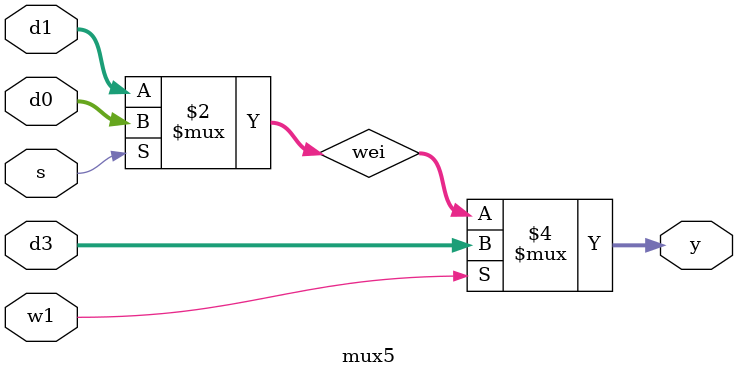
<source format=v>
`timescale 1ns / 1ps


module mux5 (
    input wire w1,
    input wire[31:0] d3,
	input wire[31:0] d0,
	input wire[31:0] d1,
	input wire s,
	output wire[31:0] y
    );
	wire [31:0] wei;
	
	assign wei =(s==1'b1)?d0:d1;
	assign y =(w1==1'b1)?d3:wei;
endmodule

</source>
